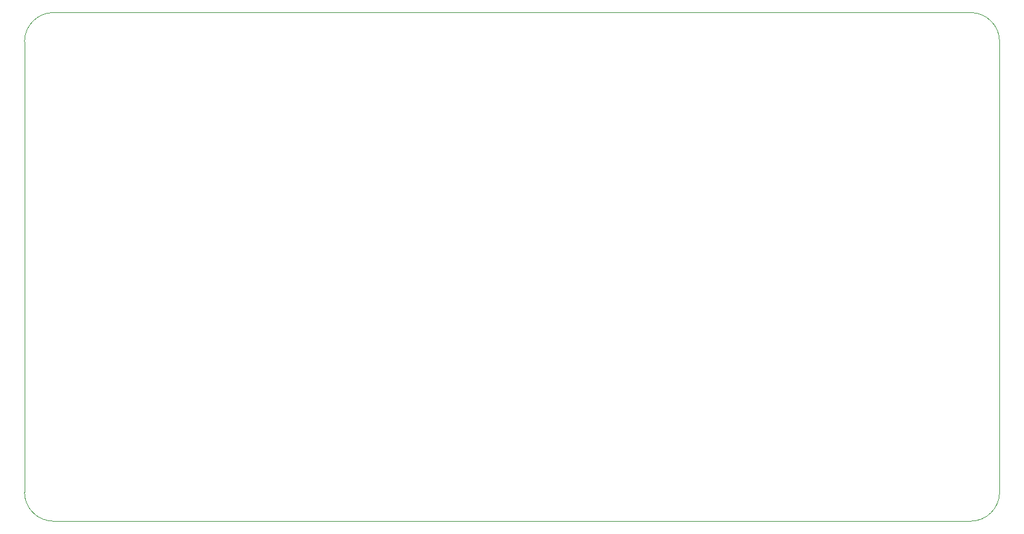
<source format=gbr>
%TF.GenerationSoftware,Altium Limited,Altium Designer,21.4.1 (30)*%
G04 Layer_Color=0*
%FSLAX45Y45*%
%MOMM*%
%TF.SameCoordinates,B516314B-6D7E-4A12-AF4E-A3036E98B02D*%
%TF.FilePolarity,Positive*%
%TF.FileFunction,Profile,NP*%
%TF.Part,Single*%
G01*
G75*
%TA.AperFunction,Profile*%
%ADD62C,0.02540*%
D62*
X400000Y0D02*
G02*
X0Y400000I0J400000D01*
G01*
Y6600000D01*
D02*
G02*
X400000Y7000000I400000J0D01*
G01*
X13000000D01*
D02*
G02*
X13400000Y6600000I0J-400000D01*
G01*
Y400000D01*
D02*
G02*
X13000000Y0I-400000J0D01*
G01*
X400000D01*
%TF.MD5,32847a8e2252102240ddc1bc2b2fcf37*%
M02*

</source>
